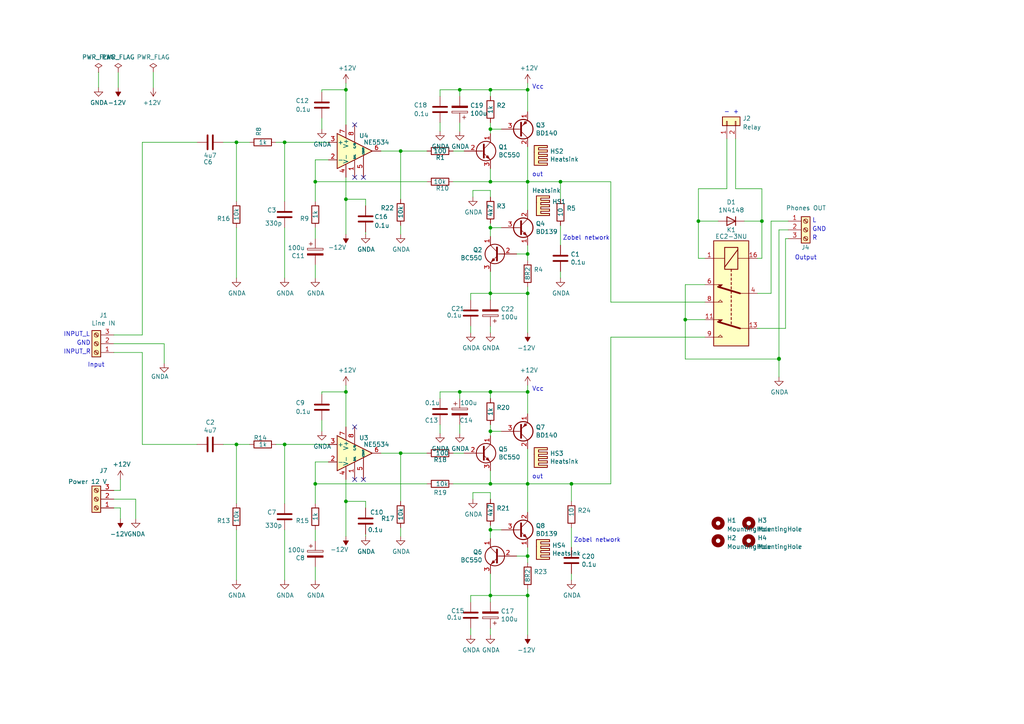
<source format=kicad_sch>
(kicad_sch (version 20211123) (generator eeschema)
  (paper "A4")
  (lib_symbols
    (symbol "AmplifierClassA-rescue:CP-Device" (pin_numbers hide) (pin_names (offset 0.254))
      (property "Reference" "C" (at 0.635 2.54 0))
      (property "Value" "CP-Device" (at 0.635 -2.54 0))
      (symbol "CP-Device_0_1"
        (rectangle (start -2.286 0.508) (end 2.286 1.016))
        (polyline (pts (xy -1.778 2.286) (xy -0.762 2.286)))
        (polyline (pts (xy -1.27 2.794) (xy -1.27 1.778)))
        (rectangle (start 2.286 -0.508) (end -2.286 -1.016) (fill (type outline)))
      )
      (symbol "CP-Device_1_1"
        (pin passive line (at 0 3.81 270) (length 2.794) (name "~") (number "1"))
        (pin passive line (at 0 -3.81 90) (length 2.794) (name "~") (number "2"))
      )
    )
    (symbol "Amplifier_Operational:NE5534" (pin_names (offset 0.127))
      (property "Reference" "U" (at 1.27 6.35 0))
      (property "Value" "NE5534" (at 1.27 3.81 0))
      (symbol "NE5534_0_1"
        (polyline (pts (xy -5.08 5.08) (xy 5.08 0) (xy -5.08 -5.08) (xy -5.08 5.08)) (stroke (width 0.254)) (fill (type background)))
      )
      (symbol "NE5534_1_1"
        (pin input line (at 0 -7.62 90) (length 5.08) (name "BAL") (number "1"))
        (pin input line (at -7.62 -2.54 0) (length 2.54) (name "-") (number "2"))
        (pin input line (at -7.62 2.54 0) (length 2.54) (name "+") (number "3"))
        (pin power_in line (at -2.54 -7.62 90) (length 3.81) (name "V-") (number "4"))
        (pin input line (at 2.54 -7.62 90) (length 6.35) (name "COMP") (number "5"))
        (pin output line (at 7.62 0 180) (length 2.54) (name "~") (number "6"))
        (pin power_in line (at -2.54 7.62 270) (length 3.81) (name "V+") (number "7"))
        (pin input line (at 0 7.62 270) (length 5.08) (name "C/B") (number "8"))
      )
    )
    (symbol "Connector:Screw_Terminal_01x03" (pin_names (offset 1.016) hide)
      (property "Reference" "J" (at 0 5.08 0))
      (property "Value" "Screw_Terminal_01x03" (at 0 -5.08 0))
      (symbol "Screw_Terminal_01x03_1_1"
        (rectangle (start -1.27 3.81) (end 1.27 -3.81) (stroke (width 0.254)) (fill (type background)))
        (circle (center 0 -2.54) (radius 0.635) (stroke (width 0.1524)))
        (polyline (pts (xy -0.5334 -2.2098) (xy 0.3302 -3.048)) (stroke (width 0.1524)))
        (polyline (pts (xy -0.5334 0.3302) (xy 0.3302 -0.508)) (stroke (width 0.1524)))
        (polyline (pts (xy -0.5334 2.8702) (xy 0.3302 2.032)) (stroke (width 0.1524)))
        (polyline (pts (xy -0.3556 -2.032) (xy 0.508 -2.8702)) (stroke (width 0.1524)))
        (polyline (pts (xy -0.3556 0.508) (xy 0.508 -0.3302)) (stroke (width 0.1524)))
        (polyline (pts (xy -0.3556 3.048) (xy 0.508 2.2098)) (stroke (width 0.1524)))
        (circle (center 0 0) (radius 0.635) (stroke (width 0.1524)))
        (circle (center 0 2.54) (radius 0.635) (stroke (width 0.1524)))
        (pin passive line (at -5.08 2.54 0) (length 3.81) (name "Pin_1") (number "1"))
        (pin passive line (at -5.08 0 0) (length 3.81) (name "Pin_2") (number "2"))
        (pin passive line (at -5.08 -2.54 0) (length 3.81) (name "Pin_3") (number "3"))
      )
    )
    (symbol "Connector_Generic:Conn_01x02" (pin_names (offset 1.016) hide)
      (property "Reference" "J" (at 0 2.54 0))
      (property "Value" "Conn_01x02" (at 0 -5.08 0))
      (symbol "Conn_01x02_1_1"
        (rectangle (start -1.27 -2.413) (end 0 -2.667) (stroke (width 0.1524)))
        (rectangle (start -1.27 0.127) (end 0 -0.127) (stroke (width 0.1524)))
        (rectangle (start -1.27 1.27) (end 1.27 -3.81) (stroke (width 0.254)) (fill (type background)))
        (pin passive line (at -5.08 0 0) (length 3.81) (name "Pin_1") (number "1"))
        (pin passive line (at -5.08 -2.54 0) (length 3.81) (name "Pin_2") (number "2"))
      )
    )
    (symbol "Device:C" (pin_numbers hide) (pin_names (offset 0.254))
      (property "Reference" "C" (at 0.635 2.54 0))
      (property "Value" "C" (at 0.635 -2.54 0))
      (symbol "C_0_1"
        (polyline (pts (xy -2.032 -0.762) (xy 2.032 -0.762)) (stroke (width 0.508)))
        (polyline (pts (xy -2.032 0.762) (xy 2.032 0.762)) (stroke (width 0.508)))
      )
      (symbol "C_1_1"
        (pin passive line (at 0 3.81 270) (length 2.794) (name "~") (number "1"))
        (pin passive line (at 0 -3.81 90) (length 2.794) (name "~") (number "2"))
      )
    )
    (symbol "Device:R" (pin_numbers hide) (pin_names (offset 0))
      (property "Reference" "R" (at 2.032 0 90))
      (property "Value" "R" (at 0 0 90))
      (symbol "R_0_1"
        (rectangle (start -1.016 -2.54) (end 1.016 2.54) (stroke (width 0.254)))
      )
      (symbol "R_1_1"
        (pin passive line (at 0 3.81 270) (length 1.27) (name "~") (number "1"))
        (pin passive line (at 0 -3.81 90) (length 1.27) (name "~") (number "2"))
      )
    )
    (symbol "Diode:1N4148" (pin_numbers hide) (pin_names (offset 1.016) hide)
      (property "Reference" "D" (at 0 2.54 0))
      (property "Value" "1N4148" (at 0 -2.54 0))
      (symbol "1N4148_0_1"
        (polyline (pts (xy -1.27 1.27) (xy -1.27 -1.27)) (stroke (width 0.254)))
        (polyline (pts (xy 1.27 0) (xy -1.27 0)))
        (polyline (pts (xy 1.27 1.27) (xy 1.27 -1.27) (xy -1.27 0) (xy 1.27 1.27)) (stroke (width 0.254)))
      )
      (symbol "1N4148_1_1"
        (pin passive line (at -3.81 0 0) (length 2.54) (name "K") (number "1"))
        (pin passive line (at 3.81 0 180) (length 2.54) (name "A") (number "2"))
      )
    )
    (symbol "Mechanical:Heatsink" (pin_names (offset 1.016))
      (property "Reference" "HS" (at 0 5.08 0))
      (property "Value" "Heatsink" (at 0 -1.27 0))
      (symbol "Heatsink_0_1"
        (polyline (pts (xy -0.3302 1.27) (xy -0.9652 1.27) (xy -0.9652 3.81) (xy -1.6002 3.81) (xy -1.6002 1.27) (xy -2.2352 1.27) (xy -2.2352 3.81) (xy -2.8702 3.81) (xy -2.8702 0) (xy -0.9652 0)) (stroke (width 0.254)) (fill (type background)))
        (polyline (pts (xy -0.3302 1.27) (xy -0.3302 3.81) (xy 0.3048 3.81) (xy 0.3048 1.27) (xy 0.9398 1.27) (xy 0.9398 3.81) (xy 1.5748 3.81) (xy 1.5748 1.27) (xy 2.2098 1.27) (xy 2.2098 3.81) (xy 2.8448 3.81) (xy 2.8448 0) (xy -0.9652 0)) (stroke (width 0.254)) (fill (type background)))
      )
    )
    (symbol "Mechanical:MountingHole" (pin_names (offset 1.016))
      (property "Reference" "H" (at 0 5.08 0))
      (property "Value" "MountingHole" (at 0 3.175 0))
      (symbol "MountingHole_0_1"
        (circle (center 0 0) (radius 1.27) (stroke (width 1.27)))
      )
    )
    (symbol "Relay:G5V-2"
      (property "Reference" "K" (at 16.51 3.81 0))
      (property "Value" "G5V-2" (at 16.51 1.27 0))
      (symbol "G5V-2_0_1"
        (rectangle (start -15.24 5.08) (end 15.24 -5.08) (stroke (width 0.254)) (fill (type background)))
        (rectangle (start -13.335 1.905) (end -6.985 -1.905) (stroke (width 0.254)))
        (polyline (pts (xy -12.7 -1.905) (xy -7.62 1.905)) (stroke (width 0.254)))
        (polyline (pts (xy -10.16 -5.08) (xy -10.16 -1.905)))
        (polyline (pts (xy -10.16 5.08) (xy -10.16 1.905)))
        (polyline (pts (xy -6.985 0) (xy -6.35 0)) (stroke (width 0.254)))
        (polyline (pts (xy -5.715 0) (xy -5.08 0)) (stroke (width 0.254)))
        (polyline (pts (xy -4.445 0) (xy -3.81 0)) (stroke (width 0.254)))
        (polyline (pts (xy -3.175 0) (xy -2.54 0)) (stroke (width 0.254)))
        (polyline (pts (xy -1.905 0) (xy -1.27 0)) (stroke (width 0.254)))
        (polyline (pts (xy -0.635 0) (xy 0 0)) (stroke (width 0.254)))
        (polyline (pts (xy 0 -2.54) (xy -1.905 3.81)) (stroke (width 0.508)))
        (polyline (pts (xy 0 -2.54) (xy 0 -5.08)))
        (polyline (pts (xy 0.635 0) (xy 1.27 0)) (stroke (width 0.254)))
        (polyline (pts (xy 1.905 0) (xy 2.54 0)) (stroke (width 0.254)))
        (polyline (pts (xy 3.175 0) (xy 3.81 0)) (stroke (width 0.254)))
        (polyline (pts (xy 4.445 0) (xy 5.08 0)) (stroke (width 0.254)))
        (polyline (pts (xy 5.715 0) (xy 6.35 0)) (stroke (width 0.254)))
        (polyline (pts (xy 6.985 0) (xy 7.62 0)) (stroke (width 0.254)))
        (polyline (pts (xy 8.255 0) (xy 8.89 0)) (stroke (width 0.254)))
        (polyline (pts (xy 10.16 -2.54) (xy 8.255 3.81)) (stroke (width 0.508)))
        (polyline (pts (xy 10.16 -2.54) (xy 10.16 -5.08)))
        (polyline (pts (xy -2.54 5.08) (xy -2.54 2.54) (xy -1.905 3.175) (xy -2.54 3.81)) (fill (type outline)))
        (polyline (pts (xy 2.54 5.08) (xy 2.54 2.54) (xy 1.905 3.175) (xy 2.54 3.81)))
        (polyline (pts (xy 7.62 5.08) (xy 7.62 2.54) (xy 8.255 3.175) (xy 7.62 3.81)) (fill (type outline)))
        (polyline (pts (xy 12.7 5.08) (xy 12.7 2.54) (xy 12.065 3.175) (xy 12.7 3.81)))
      )
      (symbol "G5V-2_1_1"
        (pin passive line (at -10.16 7.62 270) (length 2.54) (name "~") (number "1"))
        (pin passive line (at 7.62 7.62 270) (length 2.54) (name "~") (number "11"))
        (pin passive line (at 10.16 -7.62 90) (length 2.54) (name "~") (number "13"))
        (pin passive line (at -10.16 -7.62 90) (length 2.54) (name "~") (number "16"))
        (pin passive line (at 0 -7.62 90) (length 2.54) (name "~") (number "4"))
        (pin passive line (at -2.54 7.62 270) (length 2.54) (name "~") (number "6"))
        (pin passive line (at 2.54 7.62 270) (length 2.54) (name "~") (number "8"))
        (pin passive line (at 12.7 7.62 270) (length 2.54) (name "~") (number "9"))
      )
    )
    (symbol "Transistor_BJT:BC550" (pin_names (offset 0) hide)
      (property "Reference" "Q" (at 5.08 1.905 0))
      (property "Value" "BC550" (at 5.08 0 0))
      (symbol "BC550_0_1"
        (polyline (pts (xy 0 0) (xy 0.635 0)))
        (polyline (pts (xy 0.635 0.635) (xy 2.54 2.54)))
        (polyline (pts (xy 0.635 -0.635) (xy 2.54 -2.54) (xy 2.54 -2.54)))
        (polyline (pts (xy 0.635 1.905) (xy 0.635 -1.905) (xy 0.635 -1.905)) (stroke (width 0.508)))
        (polyline (pts (xy 1.27 -1.778) (xy 1.778 -1.27) (xy 2.286 -2.286) (xy 1.27 -1.778) (xy 1.27 -1.778)) (fill (type outline)))
        (circle (center 1.27 0) (radius 2.8194) (stroke (width 0.254)))
      )
      (symbol "BC550_1_1"
        (pin passive line (at 2.54 5.08 270) (length 2.54) (name "C") (number "1"))
        (pin input line (at -5.08 0 0) (length 5.08) (name "B") (number "2"))
        (pin passive line (at 2.54 -5.08 90) (length 2.54) (name "E") (number "3"))
      )
    )
    (symbol "Transistor_BJT:BD139" (pin_names (offset 0) hide)
      (property "Reference" "Q" (at 5.08 1.905 0))
      (property "Value" "BD139" (at 5.08 0 0))
      (symbol "BD139_0_1"
        (polyline (pts (xy 0 0) (xy 0.635 0)))
        (polyline (pts (xy 2.54 -2.54) (xy 0.635 -0.635)))
        (polyline (pts (xy 2.54 2.54) (xy 0.635 0.635)))
        (polyline (pts (xy 0.635 1.905) (xy 0.635 -1.905) (xy 0.635 -1.905)) (stroke (width 0.508)) (fill (type outline)))
        (polyline (pts (xy 1.2446 -1.778) (xy 1.7526 -1.27) (xy 2.286 -2.286) (xy 1.2446 -1.778) (xy 1.2446 -1.778)) (fill (type outline)))
        (circle (center 1.27 0) (radius 2.8194) (stroke (width 0.3048)))
      )
      (symbol "BD139_1_1"
        (pin passive line (at 2.54 -5.08 90) (length 2.54) (name "E") (number "1"))
        (pin passive line (at 2.54 5.08 270) (length 2.54) (name "C") (number "2"))
        (pin input line (at -5.08 0 0) (length 5.08) (name "B") (number "3"))
      )
    )
    (symbol "Transistor_BJT:BD140" (pin_names (offset 0) hide)
      (property "Reference" "Q" (at 5.08 1.905 0))
      (property "Value" "BD140" (at 5.08 0 0))
      (symbol "BD140_0_1"
        (polyline (pts (xy 0 0) (xy 0.635 0)))
        (polyline (pts (xy 2.54 -2.54) (xy 0.635 -0.635)))
        (polyline (pts (xy 2.54 2.54) (xy 0.635 0.635)))
        (polyline (pts (xy 0.635 1.905) (xy 0.635 -1.905) (xy 0.635 -1.905)) (stroke (width 0.508)) (fill (type outline)))
        (polyline (pts (xy 1.778 -2.286) (xy 2.286 -1.778) (xy 1.27 -1.27) (xy 1.778 -2.286) (xy 1.778 -2.286)) (fill (type outline)))
        (circle (center 1.27 0) (radius 2.8194) (stroke (width 0.3048)))
      )
      (symbol "BD140_1_1"
        (pin passive line (at 2.54 -5.08 90) (length 2.54) (name "E") (number "1"))
        (pin passive line (at 2.54 5.08 270) (length 2.54) (name "C") (number "2"))
        (pin input line (at -5.08 0 0) (length 5.08) (name "B") (number "3"))
      )
    )
    (symbol "power:+12V" (power) (pin_names (offset 0))
      (property "Value" "+12V" (at 0 3.556 0))
      (symbol "+12V_0_1"
        (polyline (pts (xy -0.762 1.27) (xy 0 2.54)))
        (polyline (pts (xy 0 0) (xy 0 2.54)))
        (polyline (pts (xy 0 2.54) (xy 0.762 1.27)))
      )
      (symbol "+12V_1_1"
        (pin power_in line (at 0 0 90) (length 0) hide (name "+12V") (number "1"))
      )
    )
    (symbol "power:-12V" (power) (pin_names (offset 0))
      (property "Value" "-12V" (at 0 3.81 0))
      (symbol "-12V_0_0"
        (pin power_in line (at 0 0 90) (length 0) hide (name "-12V") (number "1"))
      )
      (symbol "-12V_0_1"
        (polyline (pts (xy 0 0) (xy 0 1.27) (xy 0.762 1.27) (xy 0 2.54) (xy -0.762 1.27) (xy 0 1.27)) (fill (type outline)))
      )
    )
    (symbol "power:GNDA" (power) (pin_names (offset 0))
      (property "Value" "GNDA" (at 0 -3.81 0))
      (symbol "GNDA_0_1"
        (polyline (pts (xy 0 0) (xy 0 -1.27) (xy 1.27 -1.27) (xy 0 -2.54) (xy -1.27 -1.27) (xy 0 -1.27)))
      )
      (symbol "GNDA_1_1"
        (pin power_in line (at 0 0 270) (length 0) hide (name "GNDA") (number "1"))
      )
    )
    (symbol "power:PWR_FLAG" (power) (pin_numbers hide) (pin_names (offset 0) hide)
      (property "Value" "PWR_FLAG" (at 0 3.81 0))
      (symbol "PWR_FLAG_0_0"
        (pin power_out line (at 0 0 90) (length 0) (name "pwr") (number "1"))
      )
      (symbol "PWR_FLAG_0_1"
        (polyline (pts (xy 0 0) (xy 0 1.27) (xy -1.016 1.905) (xy 0 2.54) (xy 1.016 1.905) (xy 0 1.27)))
      )
    )
  )
  (junction (at 142.24 37.465))
  (junction (at 100.33 113.665))
  (junction (at 142.24 85.09))
  (junction (at 100.33 57.785))
  (junction (at 116.205 43.815))
  (junction (at 82.55 41.275))
  (junction (at 68.58 128.905))
  (junction (at 153.035 140.335))
  (junction (at 142.24 140.335))
  (junction (at 153.035 172.72))
  (junction (at 153.035 113.665))
  (junction (at 142.24 66.04))
  (junction (at 82.55 128.905))
  (junction (at 142.24 26.035))
  (junction (at 153.035 73.66))
  (junction (at 153.035 85.09))
  (junction (at 142.24 172.72))
  (junction (at 162.56 52.705))
  (junction (at 100.33 26.035))
  (junction (at 220.98 64.135))
  (junction (at 142.24 125.095))
  (junction (at 100.33 145.415))
  (junction (at 153.035 26.035))
  (junction (at 116.205 131.445))
  (junction (at 225.933 104.013))
  (junction (at 165.735 140.335))
  (junction (at 225.933 104.14))
  (junction (at 153.035 52.705))
  (junction (at 68.58 41.275))
  (junction (at 142.24 52.705))
  (junction (at 142.24 153.67))
  (junction (at 153.035 161.29))
  (junction (at 142.24 113.665))
  (junction (at 91.44 140.335))
  (junction (at 198.755 92.71))
  (junction (at 133.35 113.665))
  (junction (at 133.35 26.035))
  (junction (at 202.565 64.135))
  (junction (at 91.44 52.705))
  (no_connect (at 102.87 139.065))
  (no_connect (at 105.41 51.435))
  (no_connect (at 102.87 123.825))
  (no_connect (at 102.87 51.435))
  (no_connect (at 105.41 139.065))
  (no_connect (at 102.87 36.195))
  (wire (pts (xy 95.25 133.985) (xy 91.44 133.985)))
  (wire (pts (xy 110.49 43.815) (xy 116.205 43.815)))
  (wire (pts (xy 153.035 140.335) (xy 153.035 148.59)))
  (wire (pts (xy 142.24 27.94) (xy 142.24 26.035)))
  (wire (pts (xy 153.035 161.29) (xy 153.035 158.75)))
  (wire (pts (xy 142.24 142.875) (xy 137.16 142.875)))
  (wire (pts (xy 225.933 66.675) (xy 225.933 104.013)))
  (wire (pts (xy 100.33 67.945) (xy 100.33 57.785)))
  (wire (pts (xy 82.55 128.905) (xy 80.01 128.905)))
  (wire (pts (xy 142.24 55.245) (xy 137.16 55.245)))
  (wire (pts (xy 100.33 155.575) (xy 100.33 145.415)))
  (wire (pts (xy 204.47 92.71) (xy 198.755 92.71)))
  (wire (pts (xy 93.345 26.67) (xy 93.345 26.035)))
  (wire (pts (xy 136.525 96.52) (xy 136.525 94.615)))
  (wire (pts (xy 145.415 125.095) (xy 142.24 125.095)))
  (wire (pts (xy 91.44 76.835) (xy 91.44 80.645)))
  (wire (pts (xy 153.035 52.705) (xy 153.035 60.96)))
  (wire (pts (xy 142.24 85.09) (xy 153.035 85.09)))
  (wire (pts (xy 142.24 140.335) (xy 153.035 140.335)))
  (wire (pts (xy 142.24 115.57) (xy 142.24 113.665)))
  (wire (pts (xy 133.35 113.665) (xy 142.24 113.665)))
  (wire (pts (xy 223.647 64.135) (xy 228.6 64.135)))
  (wire (pts (xy 165.735 166.37) (xy 165.735 168.275)))
  (wire (pts (xy 145.415 153.67) (xy 142.24 153.67)))
  (wire (pts (xy 153.035 161.29) (xy 153.035 163.195)))
  (wire (pts (xy 93.345 34.29) (xy 93.345 37.465)))
  (wire (pts (xy 204.47 82.55) (xy 198.755 82.55)))
  (wire (pts (xy 153.035 85.09) (xy 153.035 96.52)))
  (wire (pts (xy 123.825 52.705) (xy 91.44 52.705)))
  (wire (pts (xy 219.71 85.09) (xy 223.647 85.09)))
  (wire (pts (xy 134.62 43.815) (xy 131.445 43.815)))
  (wire (pts (xy 136.525 85.09) (xy 136.525 86.995)))
  (wire (pts (xy 204.47 74.93) (xy 202.565 74.93)))
  (wire (pts (xy 93.345 121.92) (xy 93.345 125.095)))
  (wire (pts (xy 153.035 172.72) (xy 153.035 184.15)))
  (wire (pts (xy 228.6 66.675) (xy 225.933 66.675)))
  (wire (pts (xy 57.15 41.275) (xy 41.275 41.275)))
  (wire (pts (xy 220.98 64.135) (xy 220.98 74.93)))
  (wire (pts (xy 116.205 145.415) (xy 116.205 131.445)))
  (wire (pts (xy 82.55 146.05) (xy 82.55 128.905)))
  (wire (pts (xy 162.56 57.785) (xy 162.56 52.705)))
  (wire (pts (xy 127.635 35.56) (xy 127.635 38.1)))
  (wire (pts (xy 93.345 114.3) (xy 93.345 113.665)))
  (wire (pts (xy 133.35 38.1) (xy 133.35 35.56)))
  (wire (pts (xy 153.035 52.705) (xy 162.56 52.705)))
  (wire (pts (xy 47.625 99.695) (xy 47.625 105.41)))
  (wire (pts (xy 227.838 95.25) (xy 227.838 69.215)))
  (wire (pts (xy 145.415 37.465) (xy 142.24 37.465)))
  (wire (pts (xy 153.035 140.335) (xy 165.735 140.335)))
  (wire (pts (xy 106.045 145.415) (xy 106.045 147.32)))
  (wire (pts (xy 110.49 131.445) (xy 116.205 131.445)))
  (wire (pts (xy 64.77 41.275) (xy 68.58 41.275)))
  (wire (pts (xy 142.24 166.37) (xy 142.24 172.72)))
  (wire (pts (xy 68.58 80.645) (xy 68.58 66.04)))
  (wire (pts (xy 131.445 140.335) (xy 142.24 140.335)))
  (wire (pts (xy 127.635 123.19) (xy 127.635 125.73)))
  (wire (pts (xy 68.58 41.275) (xy 72.39 41.275)))
  (wire (pts (xy 131.445 52.705) (xy 142.24 52.705)))
  (wire (pts (xy 219.71 74.93) (xy 220.98 74.93)))
  (wire (pts (xy 136.525 172.72) (xy 136.525 174.625)))
  (wire (pts (xy 142.24 85.09) (xy 142.24 86.995)))
  (wire (pts (xy 145.415 66.04) (xy 142.24 66.04)))
  (wire (pts (xy 142.24 94.615) (xy 142.24 96.52)))
  (wire (pts (xy 100.33 24.13) (xy 100.33 26.035)))
  (wire (pts (xy 204.47 87.63) (xy 177.165 87.63)))
  (wire (pts (xy 134.62 131.445) (xy 131.445 131.445)))
  (wire (pts (xy 177.165 87.63) (xy 177.165 52.705)))
  (wire (pts (xy 153.035 26.035) (xy 153.035 32.385)))
  (wire (pts (xy 142.24 126.365) (xy 142.24 125.095)))
  (wire (pts (xy 68.58 146.05) (xy 68.58 128.905)))
  (wire (pts (xy 142.24 52.705) (xy 153.035 52.705)))
  (wire (pts (xy 127.635 26.035) (xy 133.35 26.035)))
  (wire (pts (xy 153.035 83.185) (xy 153.035 85.09)))
  (wire (pts (xy 142.24 153.67) (xy 142.24 156.21)))
  (wire (pts (xy 106.045 67.31) (xy 106.045 67.945)))
  (wire (pts (xy 93.345 113.665) (xy 100.33 113.665)))
  (wire (pts (xy 95.25 46.355) (xy 91.44 46.355)))
  (wire (pts (xy 223.647 64.135) (xy 223.647 85.09)))
  (wire (pts (xy 142.24 172.72) (xy 136.525 172.72)))
  (wire (pts (xy 28.575 20.955) (xy 28.575 25.4)))
  (wire (pts (xy 198.755 92.71) (xy 198.755 104.14)))
  (wire (pts (xy 93.345 26.035) (xy 100.33 26.035)))
  (wire (pts (xy 142.24 57.15) (xy 142.24 55.245)))
  (wire (pts (xy 142.24 37.465) (xy 142.24 35.56)))
  (wire (pts (xy 142.24 64.77) (xy 142.24 66.04)))
  (wire (pts (xy 116.205 155.575) (xy 116.205 153.035)))
  (wire (pts (xy 142.24 125.095) (xy 142.24 123.19)))
  (wire (pts (xy 127.635 27.94) (xy 127.635 26.035)))
  (wire (pts (xy 153.035 130.175) (xy 153.035 140.335)))
  (wire (pts (xy 177.165 97.79) (xy 204.47 97.79)))
  (wire (pts (xy 220.98 64.135) (xy 220.98 54.737)))
  (wire (pts (xy 91.44 140.335) (xy 91.44 146.05)))
  (wire (pts (xy 41.275 128.905) (xy 57.15 128.905)))
  (wire (pts (xy 165.735 140.335) (xy 165.735 145.415)))
  (wire (pts (xy 82.55 41.275) (xy 80.01 41.275)))
  (wire (pts (xy 208.28 64.135) (xy 202.565 64.135)))
  (wire (pts (xy 142.24 48.895) (xy 142.24 52.705)))
  (wire (pts (xy 142.24 136.525) (xy 142.24 140.335)))
  (wire (pts (xy 198.755 104.14) (xy 225.933 104.14)))
  (wire (pts (xy 91.44 153.67) (xy 91.44 156.845)))
  (wire (pts (xy 100.33 57.785) (xy 106.045 57.785)))
  (wire (pts (xy 149.86 161.29) (xy 153.035 161.29)))
  (wire (pts (xy 44.45 20.955) (xy 44.45 25.4)))
  (wire (pts (xy 142.24 113.665) (xy 153.035 113.665)))
  (wire (pts (xy 142.24 152.4) (xy 142.24 153.67)))
  (wire (pts (xy 136.525 184.15) (xy 136.525 182.245)))
  (wire (pts (xy 142.24 85.09) (xy 136.525 85.09)))
  (wire (pts (xy 142.24 66.04) (xy 142.24 68.58)))
  (wire (pts (xy 210.82 54.737) (xy 210.82 40.259)))
  (wire (pts (xy 162.56 65.405) (xy 162.56 71.12)))
  (wire (pts (xy 142.24 182.245) (xy 142.24 184.15)))
  (wire (pts (xy 165.735 153.035) (xy 165.735 158.75)))
  (wire (pts (xy 100.33 57.785) (xy 100.33 51.435)))
  (wire (pts (xy 34.29 20.955) (xy 34.29 25.4)))
  (wire (pts (xy 33.02 97.155) (xy 41.275 97.155)))
  (wire (pts (xy 162.56 78.74) (xy 162.56 80.645)))
  (wire (pts (xy 142.24 172.72) (xy 142.24 174.625)))
  (wire (pts (xy 225.933 104.14) (xy 225.933 109.347)))
  (wire (pts (xy 106.045 57.785) (xy 106.045 59.69)))
  (wire (pts (xy 116.205 67.945) (xy 116.205 65.405)))
  (wire (pts (xy 177.165 52.705) (xy 162.56 52.705)))
  (wire (pts (xy 100.33 113.665) (xy 100.33 123.825)))
  (wire (pts (xy 82.55 80.645) (xy 82.55 66.04)))
  (wire (pts (xy 33.02 147.32) (xy 34.925 147.32)))
  (wire (pts (xy 153.035 42.545) (xy 153.035 52.705)))
  (wire (pts (xy 202.565 64.135) (xy 202.565 74.93)))
  (wire (pts (xy 100.33 111.76) (xy 100.33 113.665)))
  (wire (pts (xy 153.035 73.66) (xy 153.035 71.12)))
  (wire (pts (xy 82.55 128.905) (xy 95.25 128.905)))
  (wire (pts (xy 133.35 115.57) (xy 133.35 113.665)))
  (wire (pts (xy 202.565 54.737) (xy 210.82 54.737)))
  (wire (pts (xy 225.933 104.14) (xy 225.933 104.013)))
  (wire (pts (xy 41.275 41.275) (xy 41.275 97.155)))
  (wire (pts (xy 127.635 113.665) (xy 133.35 113.665)))
  (wire (pts (xy 91.44 46.355) (xy 91.44 52.705)))
  (wire (pts (xy 116.205 57.785) (xy 116.205 43.815)))
  (wire (pts (xy 100.33 145.415) (xy 106.045 145.415)))
  (wire (pts (xy 149.86 73.66) (xy 153.035 73.66)))
  (wire (pts (xy 127.635 115.57) (xy 127.635 113.665)))
  (wire (pts (xy 68.58 168.275) (xy 68.58 153.67)))
  (wire (pts (xy 137.16 142.875) (xy 137.16 144.78)))
  (wire (pts (xy 133.35 27.94) (xy 133.35 26.035)))
  (wire (pts (xy 133.35 26.035) (xy 142.24 26.035)))
  (wire (pts (xy 142.24 78.74) (xy 142.24 85.09)))
  (wire (pts (xy 33.02 102.235) (xy 41.275 102.235)))
  (wire (pts (xy 142.24 144.78) (xy 142.24 142.875)))
  (wire (pts (xy 153.035 170.815) (xy 153.035 172.72)))
  (wire (pts (xy 33.02 144.78) (xy 39.37 144.78)))
  (wire (pts (xy 198.755 82.55) (xy 198.755 92.71)))
  (wire (pts (xy 220.98 54.737) (xy 213.36 54.737)))
  (wire (pts (xy 116.205 43.815) (xy 123.825 43.815)))
  (wire (pts (xy 68.58 58.42) (xy 68.58 41.275)))
  (wire (pts (xy 202.565 64.135) (xy 202.565 54.737)))
  (wire (pts (xy 133.35 125.73) (xy 133.35 123.19)))
  (wire (pts (xy 142.24 172.72) (xy 153.035 172.72)))
  (wire (pts (xy 100.33 26.035) (xy 100.33 36.195)))
  (wire (pts (xy 91.44 164.465) (xy 91.44 168.275)))
  (wire (pts (xy 153.035 113.665) (xy 153.035 120.015)))
  (wire (pts (xy 91.44 66.04) (xy 91.44 69.215)))
  (wire (pts (xy 177.165 140.335) (xy 165.735 140.335)))
  (wire (pts (xy 91.44 52.705) (xy 91.44 58.42)))
  (wire (pts (xy 219.71 95.25) (xy 227.838 95.25)))
  (wire (pts (xy 39.37 144.78) (xy 39.37 150.495)))
  (wire (pts (xy 123.825 140.335) (xy 91.44 140.335)))
  (wire (pts (xy 64.77 128.905) (xy 68.58 128.905)))
  (wire (pts (xy 82.55 168.275) (xy 82.55 153.67)))
  (wire (pts (xy 213.36 54.737) (xy 213.36 40.259)))
  (wire (pts (xy 34.925 147.32) (xy 34.925 150.495)))
  (wire (pts (xy 91.44 133.985) (xy 91.44 140.335)))
  (wire (pts (xy 177.165 97.79) (xy 177.165 140.335)))
  (wire (pts (xy 153.035 24.13) (xy 153.035 26.035)))
  (wire (pts (xy 153.035 111.76) (xy 153.035 113.665)))
  (wire (pts (xy 227.838 69.215) (xy 228.6 69.215)))
  (wire (pts (xy 100.33 145.415) (xy 100.33 139.065)))
  (wire (pts (xy 68.58 128.905) (xy 72.39 128.905)))
  (wire (pts (xy 116.205 131.445) (xy 123.825 131.445)))
  (wire (pts (xy 82.55 58.42) (xy 82.55 41.275)))
  (wire (pts (xy 215.9 64.135) (xy 220.98 64.135)))
  (wire (pts (xy 142.24 26.035) (xy 153.035 26.035)))
  (wire (pts (xy 106.045 154.94) (xy 106.045 155.575)))
  (wire (pts (xy 33.02 142.24) (xy 34.925 142.24)))
  (wire (pts (xy 153.035 73.66) (xy 153.035 75.565)))
  (wire (pts (xy 33.02 99.695) (xy 47.625 99.695)))
  (wire (pts (xy 82.55 41.275) (xy 95.25 41.275)))
  (wire (pts (xy 142.24 38.735) (xy 142.24 37.465)))
  (wire (pts (xy 137.16 55.245) (xy 137.16 57.15)))
  (wire (pts (xy 34.925 142.24) (xy 34.925 139.065)))
  (wire (pts (xy 41.275 102.235) (xy 41.275 128.905)))
  (text "Vcc" (at 154.305 113.665 0) (effects (font (size 1.27 1.27)) (justify left bottom)))
  (text "L" (at 235.585 64.77 0) (effects (font (size 1.27 1.27)) (justify left bottom)))
  (text "R" (at 235.585 69.85 0) (effects (font (size 1.27 1.27)) (justify left bottom)))
  (text "GND" (at 22.225 100.33 0) (effects (font (size 1.27 1.27)) (justify left bottom)))
  (text "Vcc" (at 154.305 26.035 0) (effects (font (size 1.27 1.27)) (justify left bottom)))
  (text "INPUT_L" (at 18.415 97.79 0) (effects (font (size 1.27 1.27)) (justify left bottom)))
  (text "GND" (at 235.585 67.31 0) (effects (font (size 1.27 1.27)) (justify left bottom)))
  (text "Input" (at 25.4 106.68 0) (effects (font (size 1.27 1.27)) (justify left bottom)))
  (text "Output" (at 230.505 75.565 0) (effects (font (size 1.27 1.27)) (justify left bottom)))
  (text "out" (at 154.305 139.065 0) (effects (font (size 1.27 1.27)) (justify left bottom)))
  (text "out" (at 154.305 51.435 0) (effects (font (size 1.27 1.27)) (justify left bottom)))
  (text "+" (at 212.598 33.274 0) (effects (font (size 1.27 1.27)) (justify left bottom)))
  (text "Zobel network" (at 163.195 69.85 0) (effects (font (size 1.27 1.27)) (justify left bottom)))
  (text "INPUT_R" (at 18.415 102.87 0) (effects (font (size 1.27 1.27)) (justify left bottom)))
  (text "Zobel network" (at 166.37 157.48 0) (effects (font (size 1.27 1.27)) (justify left bottom)))
  (text "-" (at 209.931 33.274 0) (effects (font (size 1.27 1.27)) (justify left bottom)))
  (symbol (lib_id "Transistor_BJT:BC550") (at 139.7 43.815 0) (unit 1)
    (property "Reference" "Q1" (at 144.5514 42.6466 0) (effects (justify left)))
    (property "Value" "BC550" (at 144.5514 44.958 0) (effects (justify left)))
    (property "Footprint" "Package_TO_SOT_THT:TO-92_Inline" (effects hide))
    (property "Datasheet" "https://www.onsemi.com/pub/Collateral/BC550-D.pdf" (effects hide))
  )
  (symbol (lib_id "Transistor_BJT:BC550") (at 144.78 73.66 0) (mirror y) (unit 1)
    (property "Reference" "Q2" (at 139.9286 72.4916 0) (effects (justify left)))
    (property "Value" "BC550" (at 139.9286 74.803 0) (effects (justify left)))
    (property "Footprint" "Package_TO_SOT_THT:TO-92_Inline" (effects hide))
    (property "Datasheet" "https://www.onsemi.com/pub/Collateral/BC550-D.pdf" (effects hide))
  )
  (symbol (lib_id "Transistor_BJT:BD140") (at 150.495 37.465 0) (mirror x) (unit 1)
    (property "Reference" "Q3" (at 155.3718 36.2966 0) (effects (justify left)))
    (property "Value" "BD140" (at 155.3718 38.608 0) (effects (justify left)))
    (property "Footprint" "Package_TO_SOT_THT:TO-126-3_Vertical" (effects hide))
    (property "Datasheet" "http://www.st.com/internet/com/TECHNICAL_RESOURCES/TECHNICAL_LITERATURE/DATASHEET/CD00001225.pdf" (effects hide))
  )
  (symbol (lib_id "Transistor_BJT:BD139") (at 150.495 66.04 0) (unit 1)
    (property "Reference" "Q4" (at 155.3718 64.8716 0) (effects (justify left)))
    (property "Value" "BD139" (at 155.3718 67.183 0) (effects (justify left)))
    (property "Footprint" "Package_TO_SOT_THT:TO-126-3_Vertical" (effects hide))
    (property "Datasheet" "http://www.st.com/internet/com/TECHNICAL_RESOURCES/TECHNICAL_LITERATURE/DATASHEET/CD00001225.pdf" (effects hide))
  )
  (symbol (lib_id "Device:R") (at 142.24 60.96 0) (unit 1)
    (property "Reference" "R3" (at 144.018 59.7916 0) (effects (justify left)))
    (property "Value" "4k7" (at 142.24 62.865 90) (effects (justify left)))
    (property "Footprint" "Resistor_THT:R_Axial_DIN0207_L6.3mm_D2.5mm_P10.16mm_Horizontal" (effects hide))
  )
  (symbol (lib_id "Device:R") (at 153.035 79.375 0) (unit 1)
    (property "Reference" "R4" (at 154.813 78.2066 0) (effects (justify left)))
    (property "Value" "8R2" (at 153.035 81.28 90) (effects (justify left)))
    (property "Footprint" "Resistor_THT:R_Axial_DIN0207_L6.3mm_D2.5mm_P10.16mm_Horizontal" (effects hide))
  )
  (symbol (lib_id "Device:R") (at 142.24 31.75 0) (unit 1)
    (property "Reference" "R2" (at 144.018 30.5816 0) (effects (justify left)))
    (property "Value" "1k" (at 142.24 33.02 90) (effects (justify left)))
    (property "Footprint" "Resistor_THT:R_Axial_DIN0207_L6.3mm_D2.5mm_P10.16mm_Horizontal" (effects hide))
  )
  (symbol (lib_id "power:+12V") (at 153.035 24.13 0) (unit 1)
    (property "Reference" "#PWR02" (effects hide))
    (property "Value" "+12V" (at 153.416 19.7358 0))
  )
  (symbol (lib_id "power:-12V") (at 153.035 96.52 180) (unit 1)
    (property "Reference" "#PWR03" (effects hide))
    (property "Value" "-12V" (at 152.654 100.9142 0))
  )
  (symbol (lib_id "Device:R") (at 162.56 61.595 0) (unit 1)
    (property "Reference" "R5" (at 164.338 60.4266 0) (effects (justify left)))
    (property "Value" "10" (at 162.56 62.865 90) (effects (justify left)))
    (property "Footprint" "Resistor_THT:R_Axial_DIN0207_L6.3mm_D2.5mm_P10.16mm_Horizontal" (effects hide))
  )
  (symbol (lib_id "Device:R") (at 127.635 43.815 270) (unit 1)
    (property "Reference" "R1" (at 126.365 45.72 90) (effects (justify left)))
    (property "Value" "100" (at 125.73 43.815 90) (effects (justify left)))
    (property "Footprint" "Resistor_THT:R_Axial_DIN0207_L6.3mm_D2.5mm_P10.16mm_Horizontal" (effects hide))
  )
  (symbol (lib_id "Device:C") (at 162.56 74.93 0) (unit 1)
    (property "Reference" "C1" (at 165.481 73.7616 0) (effects (justify left)))
    (property "Value" "0.1u" (at 165.481 76.073 0) (effects (justify left)))
    (property "Footprint" "Capacitor_THT:C_Rect_L16.5mm_W6.0mm_P15.00mm_MKT" (effects hide))
  )
  (symbol (lib_id "Device:R") (at 127.635 52.705 270) (unit 1)
    (property "Reference" "R10" (at 126.365 54.61 90) (effects (justify left)))
    (property "Value" "10k" (at 125.73 52.705 90) (effects (justify left)))
    (property "Footprint" "Resistor_THT:R_Axial_DIN0207_L6.3mm_D2.5mm_P10.16mm_Horizontal" (effects hide))
  )
  (symbol (lib_id "Device:R") (at 91.44 62.23 180) (unit 1)
    (property "Reference" "R9" (at 89.662 63.3984 0) (effects (justify left)))
    (property "Value" "1k" (at 91.44 60.96 90) (effects (justify left)))
    (property "Footprint" "Resistor_THT:R_Axial_DIN0207_L6.3mm_D2.5mm_P10.16mm_Horizontal" (effects hide))
  )
  (symbol (lib_id "power:GNDA") (at 91.44 80.645 0) (unit 1)
    (property "Reference" "#PWR0101" (effects hide))
    (property "Value" "GNDA" (at 91.567 85.0392 0))
  )
  (symbol (lib_id "Device:R") (at 76.2 41.275 90) (unit 1)
    (property "Reference" "R8" (at 75.0316 39.497 0) (effects (justify left)))
    (property "Value" "1k" (at 77.47 41.275 90) (effects (justify left)))
    (property "Footprint" "Resistor_THT:R_Axial_DIN0207_L6.3mm_D2.5mm_P10.16mm_Horizontal" (effects hide))
  )
  (symbol (lib_id "Device:C") (at 60.96 128.905 270) (unit 1)
    (property "Reference" "C2" (at 60.96 122.5042 90))
    (property "Value" "4u7" (at 60.96 124.8156 90))
    (property "Footprint" "Capacitor_THT:C_Rect_L7.2mm_W7.2mm_P5.00mm_FKS2_FKP2_MKS2_MKP2" (effects hide))
  )
  (symbol (lib_id "power:GNDA") (at 82.55 80.645 0) (unit 1)
    (property "Reference" "#PWR0102" (effects hide))
    (property "Value" "GNDA" (at 82.677 85.0392 0))
  )
  (symbol (lib_id "Device:C") (at 82.55 62.23 180) (unit 1)
    (property "Reference" "C3" (at 77.47 60.96 0) (effects (justify right)))
    (property "Value" "330p" (at 76.835 64.77 0) (effects (justify right)))
    (property "Footprint" "Capacitor_THT:C_Axial_L17.0mm_D6.5mm_P20.00mm_Horizontal" (effects hide))
  )
  (symbol (lib_id "AmplifierClassA-rescue:CP-Device") (at 91.44 73.025 0) (unit 1)
    (property "Reference" "C11" (at 88.4428 74.1934 0) (effects (justify right)))
    (property "Value" "100u" (at 88.4428 71.882 0) (effects (justify right)))
    (property "Footprint" "Capacitor_THT:C_Radial_D16.0mm_H25.0mm_P7.50mm" (effects hide))
  )
  (symbol (lib_id "AmplifierClassA-rescue:CP-Device") (at 142.24 90.805 180) (unit 1)
    (property "Reference" "C22" (at 145.2372 89.6366 0) (effects (justify right)))
    (property "Value" "100u" (at 145.2372 91.948 0) (effects (justify right)))
    (property "Footprint" "Capacitor_THT:C_Radial_D8.0mm_H11.5mm_P3.50mm" (effects hide))
  )
  (symbol (lib_id "AmplifierClassA-rescue:CP-Device") (at 133.35 31.75 180) (unit 1)
    (property "Reference" "C19" (at 136.3472 30.5816 0) (effects (justify right)))
    (property "Value" "100u" (at 136.3472 32.893 0) (effects (justify right)))
    (property "Footprint" "Capacitor_THT:C_Radial_D8.0mm_H11.5mm_P3.50mm" (effects hide))
  )
  (symbol (lib_id "Device:C") (at 127.635 31.75 0) (unit 1)
    (property "Reference" "C18" (at 120.015 30.48 0) (effects (justify left)))
    (property "Value" "0.1u" (at 120.015 33.02 0) (effects (justify left)))
    (property "Footprint" "Capacitor_THT:C_Disc_D5.1mm_W3.2mm_P5.00mm" (effects hide))
  )
  (symbol (lib_id "Device:C") (at 136.525 90.805 0) (unit 1)
    (property "Reference" "C21" (at 130.81 89.535 0) (effects (justify left)))
    (property "Value" "0.1u" (at 129.54 91.44 0) (effects (justify left)))
    (property "Footprint" "Capacitor_THT:C_Disc_D5.1mm_W3.2mm_P5.00mm" (effects hide))
  )
  (symbol (lib_id "Device:R") (at 116.205 61.595 180) (unit 1)
    (property "Reference" "R22" (at 114.3 60.325 0) (effects (justify left)))
    (property "Value" "10k" (at 116.205 59.69 90) (effects (justify left)))
    (property "Footprint" "Resistor_THT:R_Axial_DIN0207_L6.3mm_D2.5mm_P10.16mm_Horizontal" (effects hide))
  )
  (symbol (lib_id "Device:R") (at 68.58 62.23 180) (unit 1)
    (property "Reference" "R16" (at 66.802 63.3984 0) (effects (justify left)))
    (property "Value" "10k" (at 68.58 60.325 90) (effects (justify left)))
    (property "Footprint" "Resistor_THT:R_Axial_DIN0207_L6.3mm_D2.5mm_P10.16mm_Horizontal" (effects hide))
  )
  (symbol (lib_id "power:GNDA") (at 68.58 80.645 0) (unit 1)
    (property "Reference" "#PWR027" (effects hide))
    (property "Value" "GNDA" (at 68.707 85.0392 0))
  )
  (symbol (lib_id "Amplifier_Operational:NE5534") (at 102.87 43.815 0) (unit 1)
    (property "Reference" "U4" (at 104.14 39.37 0) (effects (justify left)))
    (property "Value" "NE5534" (at 105.41 41.275 0) (effects (justify left)))
    (property "Footprint" "Package_DIP:DIP-8_W7.62mm_Socket_LongPads" (effects hide))
    (property "Datasheet" "http://www.ti.com/lit/ds/symlink/ne5534.pdf" (effects hide))
  )
  (symbol (lib_id "power:-12V") (at 100.33 67.945 180) (unit 1)
    (property "Reference" "#PWR035" (effects hide))
    (property "Value" "-12V" (at 97.79 71.755 0))
  )
  (symbol (lib_id "power:+12V") (at 100.33 24.13 0) (unit 1)
    (property "Reference" "#PWR034" (effects hide))
    (property "Value" "+12V" (at 100.711 19.7358 0))
  )
  (symbol (lib_id "Device:C") (at 93.345 30.48 0) (unit 1)
    (property "Reference" "C12" (at 85.725 29.21 0) (effects (justify left)))
    (property "Value" "0.1u" (at 85.725 31.75 0) (effects (justify left)))
    (property "Footprint" "Capacitor_THT:C_Disc_D5.1mm_W3.2mm_P5.00mm" (effects hide))
  )
  (symbol (lib_id "Device:C") (at 106.045 63.5 0) (unit 1)
    (property "Reference" "C16" (at 108.585 62.865 0) (effects (justify left)))
    (property "Value" "0.1u" (at 108.585 65.405 0) (effects (justify left)))
    (property "Footprint" "Capacitor_THT:C_Disc_D5.1mm_W3.2mm_P5.00mm" (effects hide))
  )
  (symbol (lib_id "Transistor_BJT:BC550") (at 139.7 131.445 0) (unit 1)
    (property "Reference" "Q5" (at 144.5514 130.2766 0) (effects (justify left)))
    (property "Value" "BC550" (at 144.5514 132.588 0) (effects (justify left)))
    (property "Footprint" "Package_TO_SOT_THT:TO-92_Inline" (effects hide))
    (property "Datasheet" "https://www.onsemi.com/pub/Collateral/BC550-D.pdf" (effects hide))
  )
  (symbol (lib_id "Transistor_BJT:BC550") (at 144.78 161.29 0) (mirror y) (unit 1)
    (property "Reference" "Q6" (at 139.9286 160.1216 0) (effects (justify left)))
    (property "Value" "BC550" (at 139.9286 162.433 0) (effects (justify left)))
    (property "Footprint" "Package_TO_SOT_THT:TO-92_Inline" (effects hide))
    (property "Datasheet" "https://www.onsemi.com/pub/Collateral/BC550-D.pdf" (effects hide))
  )
  (symbol (lib_id "Transistor_BJT:BD140") (at 150.495 125.095 0) (mirror x) (unit 1)
    (property "Reference" "Q7" (at 155.3718 123.9266 0) (effects (justify left)))
    (property "Value" "BD140" (at 155.3718 126.238 0) (effects (justify left)))
    (property "Footprint" "Package_TO_SOT_THT:TO-126-3_Vertical" (effects hide))
    (property "Datasheet" "http://www.st.com/internet/com/TECHNICAL_RESOURCES/TECHNICAL_LITERATURE/DATASHEET/CD00001225.pdf" (effects hide))
  )
  (symbol (lib_id "Transistor_BJT:BD139") (at 150.495 153.67 0) (unit 1)
    (property "Reference" "Q8" (at 155.3718 152.5016 0) (effects (justify left)))
    (property "Value" "BD139" (at 155.3718 154.813 0) (effects (justify left)))
    (property "Footprint" "Package_TO_SOT_THT:TO-126-3_Vertical" (effects hide))
    (property "Datasheet" "http://www.st.com/internet/com/TECHNICAL_RESOURCES/TECHNICAL_LITERATURE/DATASHEET/CD00001225.pdf" (effects hide))
  )
  (symbol (lib_id "Device:R") (at 142.24 148.59 0) (unit 1)
    (property "Reference" "R21" (at 144.018 147.4216 0) (effects (justify left)))
    (property "Value" "4k7" (at 142.24 149.86 90) (effects (justify left)))
    (property "Footprint" "Resistor_THT:R_Axial_DIN0207_L6.3mm_D2.5mm_P10.16mm_Horizontal" (effects hide))
  )
  (symbol (lib_id "Device:R") (at 153.035 167.005 0) (unit 1)
    (property "Reference" "R23" (at 154.813 165.8366 0) (effects (justify left)))
    (property "Value" "8R2" (at 153.035 168.91 90) (effects (justify left)))
    (property "Footprint" "Resistor_THT:R_Axial_DIN0207_L6.3mm_D2.5mm_P10.16mm_Horizontal" (effects hide))
  )
  (symbol (lib_id "Device:R") (at 142.24 119.38 0) (unit 1)
    (property "Reference" "R20" (at 144.018 118.2116 0) (effects (justify left)))
    (property "Value" "1k" (at 142.24 120.65 90) (effects (justify left)))
    (property "Footprint" "Resistor_THT:R_Axial_DIN0207_L6.3mm_D2.5mm_P10.16mm_Horizontal" (effects hide))
  )
  (symbol (lib_id "power:+12V") (at 153.035 111.76 0) (unit 1)
    (property "Reference" "#PWR042" (effects hide))
    (property "Value" "+12V" (at 153.416 107.3658 0))
  )
  (symbol (lib_id "power:-12V") (at 153.035 184.15 180) (unit 1)
    (property "Reference" "#PWR043" (effects hide))
    (property "Value" "-12V" (at 152.654 188.5442 0))
  )
  (symbol (lib_id "Device:R") (at 165.735 149.225 0) (unit 1)
    (property "Reference" "R24" (at 167.513 148.0566 0) (effects (justify left)))
    (property "Value" "10" (at 165.735 149.86 90) (effects (justify left)))
    (property "Footprint" "Resistor_THT:R_Axial_DIN0207_L6.3mm_D2.5mm_P10.16mm_Horizontal" (effects hide))
  )
  (symbol (lib_id "Device:R") (at 127.635 131.445 270) (unit 1)
    (property "Reference" "R18" (at 125.73 133.35 90) (effects (justify left)))
    (property "Value" "100" (at 126.365 131.445 90) (effects (justify left)))
    (property "Footprint" "Resistor_THT:R_Axial_DIN0207_L6.3mm_D2.5mm_P10.16mm_Horizontal" (effects hide))
  )
  (symbol (lib_id "Device:C") (at 165.735 162.56 0) (unit 1)
    (property "Reference" "C20" (at 168.656 161.3916 0) (effects (justify left)))
    (property "Value" "0.1u" (at 168.656 163.703 0) (effects (justify left)))
    (property "Footprint" "Capacitor_THT:C_Rect_L16.5mm_W6.0mm_P15.00mm_MKT" (effects hide))
  )
  (symbol (lib_id "Device:R") (at 127.635 140.335 270) (unit 1)
    (property "Reference" "R19" (at 125.73 142.875 90) (effects (justify left)))
    (property "Value" "10k" (at 126.365 140.335 90) (effects (justify left)))
    (property "Footprint" "Resistor_THT:R_Axial_DIN0207_L6.3mm_D2.5mm_P10.16mm_Horizontal" (effects hide))
  )
  (symbol (lib_id "Device:R") (at 91.44 149.86 180) (unit 1)
    (property "Reference" "R15" (at 89.662 151.0284 0) (effects (justify left)))
    (property "Value" "1k" (at 91.44 148.59 90) (effects (justify left)))
    (property "Footprint" "Resistor_THT:R_Axial_DIN0207_L6.3mm_D2.5mm_P10.16mm_Horizontal" (effects hide))
  )
  (symbol (lib_id "power:GNDA") (at 91.44 168.275 0) (unit 1)
    (property "Reference" "#PWR025" (effects hide))
    (property "Value" "GNDA" (at 91.567 172.6692 0))
  )
  (symbol (lib_id "Device:R") (at 76.2 128.905 90) (unit 1)
    (property "Reference" "R14" (at 77.47 127 90) (effects (justify left)))
    (property "Value" "1k" (at 77.47 128.905 90) (effects (justify left)))
    (property "Footprint" "Resistor_THT:R_Axial_DIN0207_L6.3mm_D2.5mm_P10.16mm_Horizontal" (effects hide))
  )
  (symbol (lib_id "power:GNDA") (at 82.55 168.275 0) (unit 1)
    (property "Reference" "#PWR024" (effects hide))
    (property "Value" "GNDA" (at 82.677 172.6692 0))
  )
  (symbol (lib_id "Device:C") (at 82.55 149.86 180) (unit 1)
    (property "Reference" "C7" (at 77.47 148.59 0) (effects (justify right)))
    (property "Value" "330p" (at 76.835 152.4 0) (effects (justify right)))
    (property "Footprint" "Capacitor_THT:C_Axial_L17.0mm_D6.5mm_P20.00mm_Horizontal" (effects hide))
  )
  (symbol (lib_id "AmplifierClassA-rescue:CP-Device") (at 91.44 160.655 0) (unit 1)
    (property "Reference" "C8" (at 88.4428 161.8234 0) (effects (justify right)))
    (property "Value" "100u" (at 88.4428 159.512 0) (effects (justify right)))
    (property "Footprint" "Capacitor_THT:C_Radial_D16.0mm_H25.0mm_P7.50mm" (effects hide))
  )
  (symbol (lib_id "AmplifierClassA-rescue:CP-Device") (at 142.24 178.435 180) (unit 1)
    (property "Reference" "C17" (at 145.2372 177.2666 0) (effects (justify right)))
    (property "Value" "100u" (at 145.2372 179.578 0) (effects (justify right)))
    (property "Footprint" "Capacitor_THT:C_Radial_D8.0mm_H11.5mm_P3.50mm" (effects hide))
  )
  (symbol (lib_id "AmplifierClassA-rescue:CP-Device") (at 133.35 119.38 0) (unit 1)
    (property "Reference" "C14" (at 137.16 121.92 0) (effects (justify right)))
    (property "Value" "100u" (at 138.43 116.84 0) (effects (justify right)))
    (property "Footprint" "Capacitor_THT:C_Radial_D8.0mm_H11.5mm_P3.50mm" (effects hide))
  )
  (symbol (lib_id "Device:C") (at 127.635 119.38 0) (unit 1)
    (property "Reference" "C13" (at 123.19 121.92 0) (effects (justify left)))
    (property "Value" "0.1u" (at 123.19 116.84 0) (effects (justify left)))
    (property "Footprint" "Capacitor_THT:C_Disc_D5.1mm_W3.2mm_P5.00mm" (effects hide))
  )
  (symbol (lib_id "Device:C") (at 136.525 178.435 0) (unit 1)
    (property "Reference" "C15" (at 130.81 177.165 0) (effects (justify left)))
    (property "Value" "0.1u" (at 129.54 179.07 0) (effects (justify left)))
    (property "Footprint" "Capacitor_THT:C_Disc_D5.1mm_W3.2mm_P5.00mm" (effects hide))
  )
  (symbol (lib_id "Device:R") (at 116.205 149.225 180) (unit 1)
    (property "Reference" "R17" (at 114.427 150.3934 0) (effects (justify left)))
    (property "Value" "10k" (at 116.205 147.32 90) (effects (justify left)))
    (property "Footprint" "Resistor_THT:R_Axial_DIN0207_L6.3mm_D2.5mm_P10.16mm_Horizontal" (effects hide))
  )
  (symbol (lib_id "Device:R") (at 68.58 149.86 180) (unit 1)
    (property "Reference" "R13" (at 66.802 151.0284 0) (effects (justify left)))
    (property "Value" "10k" (at 68.58 147.955 90) (effects (justify left)))
    (property "Footprint" "Resistor_THT:R_Axial_DIN0207_L6.3mm_D2.5mm_P10.16mm_Horizontal" (effects hide))
  )
  (symbol (lib_id "power:GNDA") (at 68.58 168.275 0) (unit 1)
    (property "Reference" "#PWR021" (effects hide))
    (property "Value" "GNDA" (at 68.707 172.6692 0))
  )
  (symbol (lib_id "Amplifier_Operational:NE5534") (at 102.87 131.445 0) (unit 1)
    (property "Reference" "U3" (at 104.14 127 0) (effects (justify left)))
    (property "Value" "NE5534" (at 105.41 128.905 0) (effects (justify left)))
    (property "Footprint" "Package_DIP:DIP-8_W7.62mm_Socket_LongPads" (effects hide))
    (property "Datasheet" "http://www.ti.com/lit/ds/symlink/ne5534.pdf" (effects hide))
  )
  (symbol (lib_id "power:-12V") (at 100.33 155.575 180) (unit 1)
    (property "Reference" "#PWR029" (effects hide))
    (property "Value" "-12V" (at 98.425 159.385 0))
  )
  (symbol (lib_id "power:+12V") (at 100.33 111.76 0) (unit 1)
    (property "Reference" "#PWR028" (effects hide))
    (property "Value" "+12V" (at 100.711 107.3658 0))
  )
  (symbol (lib_id "Device:C") (at 93.345 118.11 0) (unit 1)
    (property "Reference" "C9" (at 85.725 116.84 0) (effects (justify left)))
    (property "Value" "0.1u" (at 85.725 119.38 0) (effects (justify left)))
    (property "Footprint" "Capacitor_THT:C_Disc_D5.1mm_W3.2mm_P5.00mm" (effects hide))
  )
  (symbol (lib_id "Device:C") (at 106.045 151.13 0) (unit 1)
    (property "Reference" "C10" (at 107.315 148.59 0) (effects (justify left)))
    (property "Value" "0.1u" (at 106.68 153.67 0) (effects (justify left)))
    (property "Footprint" "Capacitor_THT:C_Disc_D5.1mm_W3.2mm_P5.00mm" (effects hide))
  )
  (symbol (lib_id "Device:C") (at 60.96 41.275 270) (unit 1)
    (property "Reference" "C6" (at 60.325 46.99 90))
    (property "Value" "4u7" (at 60.96 45.085 90))
    (property "Footprint" "Capacitor_THT:C_Rect_L7.2mm_W7.2mm_P5.00mm_FKS2_FKP2_MKS2_MKP2" (effects hide))
  )
  (symbol (lib_id "Connector:Screw_Terminal_01x03") (at 27.94 99.695 180) (unit 1)
    (property "Reference" "J1" (at 30.0228 91.44 0))
    (property "Value" "Line IN" (at 30.0228 93.7514 0))
    (property "Footprint" "TerminalBlock:TerminalBlock_bornier-3_P5.08mm" (effects hide))
  )
  (symbol (lib_id "power:GNDA") (at 47.625 105.41 0) (unit 1)
    (property "Reference" "#PWR05" (effects hide))
    (property "Value" "GNDA" (at 46.355 109.22 0))
  )
  (symbol (lib_id "Relay:G5V-2") (at 212.09 85.09 90) (mirror x) (unit 1)
    (property "Reference" "K1" (at 212.09 66.675 90))
    (property "Value" "EC2-3NU" (at 212.09 68.58 90))
    (property "Footprint" "Relay_THT:Relay_DPDT_Omron_G5V-2" (effects hide))
    (property "Datasheet" "https://content.kemet.com/datasheets/KEM_R7002_EC2_EE2.pdf" (effects hide))
  )
  (symbol (lib_id "Connector:Screw_Terminal_01x03") (at 233.68 66.675 0) (unit 1)
    (property "Reference" "J4" (at 232.41 71.755 0) (effects (justify left)))
    (property "Value" "Phones OUT" (at 227.965 60.325 0) (effects (justify left)))
    (property "Footprint" "TerminalBlock:TerminalBlock_bornier-3_P5.08mm" (effects hide))
  )
  (symbol (lib_id "Diode:1N4148") (at 212.09 64.135 180) (unit 1)
    (property "Reference" "D1" (at 212.09 58.6232 0))
    (property "Value" "1N4148" (at 212.09 60.9346 0))
    (property "Footprint" "Diode_THT:D_DO-35_SOD27_P7.62mm_Horizontal" (effects hide))
    (property "Datasheet" "https://assets.nexperia.com/documents/data-sheet/1N4148_1N4448.pdf" (effects hide))
  )
  (symbol (lib_id "power:GNDA") (at 28.575 25.4 0) (unit 1)
    (property "Reference" "#PWR011" (effects hide))
    (property "Value" "GNDA" (at 28.702 29.7942 0))
  )
  (symbol (lib_id "power:+12V") (at 44.45 25.4 180) (unit 1)
    (property "Reference" "#PWR014" (effects hide))
    (property "Value" "+12V" (at 44.069 29.7942 0))
  )
  (symbol (lib_id "power:-12V") (at 34.29 25.4 180) (unit 1)
    (property "Reference" "#PWR012" (effects hide))
    (property "Value" "-12V" (at 33.909 29.7942 0))
  )
  (symbol (lib_id "power:PWR_FLAG") (at 28.575 20.955 0) (unit 1)
    (property "Reference" "#FLG02" (effects hide))
    (property "Value" "PWR_FLAG" (at 28.575 16.5608 0))
  )
  (symbol (lib_id "power:PWR_FLAG") (at 34.29 20.955 0) (unit 1)
    (property "Reference" "#FLG03" (effects hide))
    (property "Value" "PWR_FLAG" (at 34.29 16.5608 0))
  )
  (symbol (lib_id "power:PWR_FLAG") (at 44.45 20.955 0) (unit 1)
    (property "Reference" "#FLG05" (effects hide))
    (property "Value" "PWR_FLAG" (at 44.45 16.5608 0))
  )
  (symbol (lib_id "Connector:Screw_Terminal_01x03") (at 27.94 144.78 180) (unit 1)
    (property "Reference" "J7" (at 30.0228 136.525 0))
    (property "Value" "Power 12 V" (at 25.4 139.7 0))
    (property "Footprint" "TerminalBlock:TerminalBlock_bornier-3_P5.08mm" (effects hide))
  )
  (symbol (lib_id "power:+12V") (at 34.925 139.065 0) (unit 1)
    (property "Reference" "#PWR058" (effects hide))
    (property "Value" "+12V" (at 35.306 134.6708 0))
  )
  (symbol (lib_id "power:-12V") (at 34.925 150.495 180) (unit 1)
    (property "Reference" "#PWR059" (effects hide))
    (property "Value" "-12V" (at 34.544 154.8892 0))
  )
  (symbol (lib_id "power:GNDA") (at 39.37 150.495 0) (unit 1)
    (property "Reference" "#PWR062" (effects hide))
    (property "Value" "GNDA" (at 39.497 154.8892 0))
  )
  (symbol (lib_id "power:GNDA") (at 93.345 37.465 0) (unit 1)
    (property "Reference" "#PWR0105" (effects hide))
    (property "Value" "GNDA" (at 93.472 41.8592 0))
  )
  (symbol (lib_id "power:GNDA") (at 116.205 67.945 0) (unit 1)
    (property "Reference" "#PWR0106" (effects hide))
    (property "Value" "GNDA" (at 116.332 72.3392 0))
  )
  (symbol (lib_id "power:GNDA") (at 137.16 57.15 0) (unit 1)
    (property "Reference" "#PWR0107" (effects hide))
    (property "Value" "GNDA" (at 137.287 61.5442 0))
  )
  (symbol (lib_id "power:GNDA") (at 127.635 38.1 0) (unit 1)
    (property "Reference" "#PWR0108" (effects hide))
    (property "Value" "GNDA" (at 127.762 42.4942 0))
  )
  (symbol (lib_id "power:GNDA") (at 133.35 38.1 0) (unit 1)
    (property "Reference" "#PWR0109" (effects hide))
    (property "Value" "GNDA" (at 133.477 42.4942 0))
  )
  (symbol (lib_id "power:GNDA") (at 136.525 96.52 0) (unit 1)
    (property "Reference" "#PWR0110" (effects hide))
    (property "Value" "GNDA" (at 136.652 100.9142 0))
  )
  (symbol (lib_id "power:GNDA") (at 142.24 96.52 0) (unit 1)
    (property "Reference" "#PWR0111" (effects hide))
    (property "Value" "GNDA" (at 142.367 100.9142 0))
  )
  (symbol (lib_id "power:GNDA") (at 162.56 80.645 0) (unit 1)
    (property "Reference" "#PWR0112" (effects hide))
    (property "Value" "GNDA" (at 162.687 85.0392 0))
  )
  (symbol (lib_id "power:GNDA") (at 225.933 109.347 0) (unit 1)
    (property "Reference" "#PWR0113" (effects hide))
    (property "Value" "GNDA" (at 226.06 113.7412 0))
  )
  (symbol (lib_id "power:GNDA") (at 165.735 168.275 0) (unit 1)
    (property "Reference" "#PWR0114" (effects hide))
    (property "Value" "GNDA" (at 165.862 172.6692 0))
  )
  (symbol (lib_id "power:GNDA") (at 142.24 184.15 0) (unit 1)
    (property "Reference" "#PWR0115" (effects hide))
    (property "Value" "GNDA" (at 142.367 188.5442 0))
  )
  (symbol (lib_id "power:GNDA") (at 136.525 184.15 0) (unit 1)
    (property "Reference" "#PWR0116" (effects hide))
    (property "Value" "GNDA" (at 136.652 188.5442 0))
  )
  (symbol (lib_id "power:GNDA") (at 137.16 144.78 0) (unit 1)
    (property "Reference" "#PWR0117" (effects hide))
    (property "Value" "GNDA" (at 137.287 149.1742 0))
  )
  (symbol (lib_id "power:GNDA") (at 116.205 155.575 0) (unit 1)
    (property "Reference" "#PWR0118" (effects hide))
    (property "Value" "GNDA" (at 116.332 159.9692 0))
  )
  (symbol (lib_id "power:GNDA") (at 106.045 155.575 0) (unit 1)
    (property "Reference" "#PWR0119" (effects hide))
    (property "Value" "GNDA" (at 106.172 159.9692 0))
  )
  (symbol (lib_id "power:GNDA") (at 93.345 125.095 0) (unit 1)
    (property "Reference" "#PWR0120" (effects hide))
    (property "Value" "GNDA" (at 93.472 129.4892 0))
  )
  (symbol (lib_id "power:GNDA") (at 106.045 67.945 0) (unit 1)
    (property "Reference" "#PWR0121" (effects hide))
    (property "Value" "GNDA" (at 106.172 72.3392 0))
  )
  (symbol (lib_id "power:GNDA") (at 133.35 125.73 0) (unit 1)
    (property "Reference" "#PWR0122" (effects hide))
    (property "Value" "GNDA" (at 133.477 130.1242 0))
  )
  (symbol (lib_id "power:GNDA") (at 127.635 125.73 0) (unit 1)
    (property "Reference" "#PWR0123" (effects hide))
    (property "Value" "GNDA" (at 127.762 130.1242 0))
  )
  (symbol (lib_id "Mechanical:Heatsink") (at 154.94 45.085 270) (unit 1)
    (property "Reference" "HS2" (at 159.512 43.8912 90) (effects (justify left)))
    (property "Value" "Heatsink" (at 159.512 46.2026 90) (effects (justify left)))
    (property "Footprint" "Heatsink:Heatsink_Fischer_SK104-STC-STIC_35x13mm_2xDrill2.5mm" (effects hide))
  )
  (symbol (lib_id "Mechanical:Heatsink") (at 155.575 59.69 270) (unit 1)
    (property "Reference" "HS1" (at 160.147 58.4962 90) (effects (justify left)))
    (property "Value" "Heatsink" (at 154.305 55.245 90) (effects (justify left)))
    (property "Footprint" "Heatsink:Heatsink_Fischer_SK104-STC-STIC_35x13mm_2xDrill2.5mm" (effects hide))
  )
  (symbol (lib_id "Mechanical:Heatsink") (at 155.575 159.385 270) (unit 1)
    (property "Reference" "HS4" (at 160.147 158.1912 90) (effects (justify left)))
    (property "Value" "Heatsink" (at 160.147 160.5026 90) (effects (justify left)))
    (property "Footprint" "Heatsink:Heatsink_Fischer_SK104-STC-STIC_35x13mm_2xDrill2.5mm" (effects hide))
  )
  (symbol (lib_id "Mechanical:Heatsink") (at 154.94 132.715 270) (unit 1)
    (property "Reference" "HS3" (at 159.512 131.5212 90) (effects (justify left)))
    (property "Value" "Heatsink" (at 159.512 133.8326 90) (effects (justify left)))
    (property "Footprint" "Heatsink:Heatsink_Fischer_SK104-STC-STIC_35x13mm_2xDrill2.5mm" (effects hide))
  )
  (symbol (lib_id "Connector_Generic:Conn_01x02") (at 210.82 35.179 90) (unit 1)
    (property "Reference" "J2" (at 215.392 34.3443 90) (effects (justify right)))
    (property "Value" "Relay" (at 215.392 36.8812 90) (effects (justify right)))
    (property "Footprint" "Connector_PinHeader_2.54mm:PinHeader_1x02_P2.54mm_Vertical" (effects hide))
  )
  (symbol (lib_id "Mechanical:MountingHole") (at 217.17 151.765 0) (unit 1)
    (property "Reference" "H3" (at 219.71 150.9303 0) (effects (justify left)))
    (property "Value" "MountingHole" (at 219.71 153.4672 0) (effects (justify left)))
  )
  (symbol (lib_id "Mechanical:MountingHole") (at 208.28 151.765 0) (unit 1)
    (property "Reference" "H1" (at 210.82 150.9303 0) (effects (justify left)))
    (property "Value" "MountingHole" (at 210.82 153.4672 0) (effects (justify left)))
  )
  (symbol (lib_id "Mechanical:MountingHole") (at 208.28 156.845 0) (unit 1)
    (property "Reference" "H2" (at 210.82 156.0103 0) (effects (justify left)))
    (property "Value" "MountingHole" (at 210.82 158.5472 0) (effects (justify left)))
  )
  (symbol (lib_id "Mechanical:MountingHole") (at 217.17 156.845 0) (unit 1)
    (property "Reference" "H4" (at 219.71 156.0103 0) (effects (justify left)))
    (property "Value" "MountingHole" (at 219.71 158.5472 0) (effects (justify left)))
  )
)
</source>
